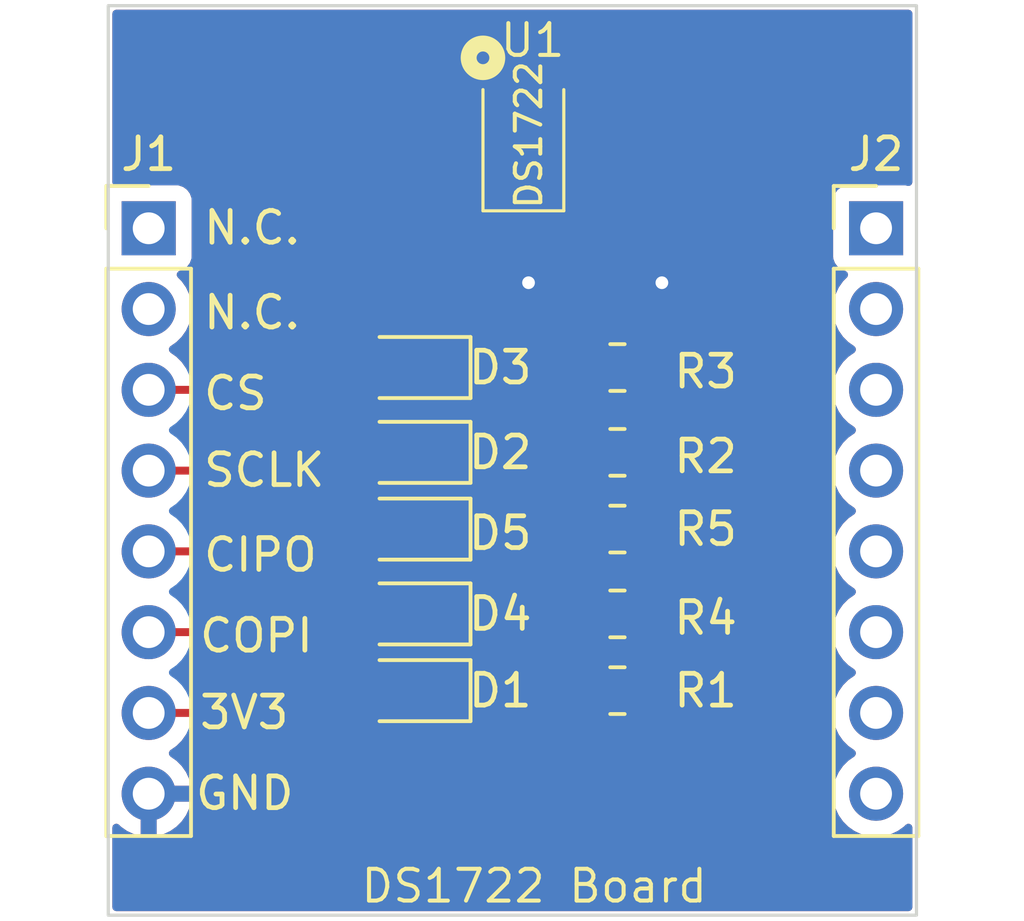
<source format=kicad_pcb>
(kicad_pcb (version 20221018) (generator pcbnew)
  (title_block (title "DS1722 Microbus") (rev "v01") (comment 2 "creativecommons.org/licenses/by/4.0") (comment 3 "License: CC BY 4.0") (comment 4 "Author: Jackson Philion"))
  (layers (0 "F.Cu" signal) (31 "B.Cu" signal) (34 "B.Paste" user) (35 "F.Paste" user) (36 "B.SilkS" user "B.Silkscreen") (37 "F.SilkS" user "F.Silkscreen") (38 "B.Mask" user) (39 "F.Mask" user) (44 "Edge.Cuts" user))
  (net 0 "")
  (net 1 "Net-(D1-K)")
  (net 2 "+3.3V")
  (net 3 "Net-(D2-K)")
  (net 4 "/SCLK")
  (net 5 "Net-(D3-K)")
  (net 6 "/CS")
  (net 7 "Net-(D4-K)")
  (net 8 "/COPI")
  (net 9 "Net-(D5-K)")
  (net 10 "/CIPO")
  (net 13 "GND")
  (footprint "Resistor_SMD:R_0805_2012Metric_Pad1.20x1.40mm_HandSolder" (layer "F.Cu") (at 154.178 137.668)
    (fp_text reference "R5" (at 2.771 0) (layer "F.SilkS"))
    (fp_text value "1k")
    (fp_line (start -0.227064 -0.735) (end 0.227064 -0.735) (stroke (width 0.12)) (layer "F.SilkS"))
    (fp_line (start -0.227064 0.735) (end 0.227064 0.735) (stroke (width 0.12)) (layer "F.SilkS"))
    (pad "1" smd roundrect (at -1 0) (size 1.2 1.4) (layers "F.Cu" "F.Paste" "F.Mask") (roundrect_rratio 0.2083333333) (net 9 "Net-(D5-K)"))
    (pad "2" smd roundrect (at 1 0) (size 1.2 1.4) (layers "F.Cu" "F.Paste" "F.Mask") (roundrect_rratio 0.2083333333) (net 13 "GND"))
  )
  (footprint "Resistor_SMD:R_0805_2012Metric_Pad1.20x1.40mm_HandSolder" (layer "F.Cu") (at 154.178 140.335)
    (fp_text reference "R4" (at 2.771 0.127) (layer "F.SilkS"))
    (fp_text value "1k")
    (fp_line (start -0.227064 -0.735) (end 0.227064 -0.735) (stroke (width 0.12)) (layer "F.SilkS"))
    (fp_line (start -0.227064 0.735) (end 0.227064 0.735) (stroke (width 0.12)) (layer "F.SilkS"))
    (pad "1" smd roundrect (at -1 0) (size 1.2 1.4) (layers "F.Cu" "F.Paste" "F.Mask") (roundrect_rratio 0.2083333333) (net 7 "Net-(D4-K)"))
    (pad "2" smd roundrect (at 1 0) (size 1.2 1.4) (layers "F.Cu" "F.Paste" "F.Mask") (roundrect_rratio 0.2083333333) (net 13 "GND"))
  )
  (footprint "LED_SMD:LED_0805_2012Metric_Pad1.15x1.40mm_HandSolder" (layer "F.Cu") (at 147.701 140.335 180)
    (fp_text reference "D4" (at -2.794 0) (layer "F.SilkS"))
    (fp_text value "LED")
    (fp_line (start -1.86 -0.96) (end -1.86 0.96) (stroke (width 0.12)) (layer "F.SilkS"))
    (fp_line (start -1.86 0.96) (end 1 0.96) (stroke (width 0.12)) (layer "F.SilkS"))
    (fp_line (start 1 -0.96) (end -1.86 -0.96) (stroke (width 0.12)) (layer "F.SilkS"))
    (pad "1" smd roundrect (at -1.025 0 180) (size 1.15 1.4) (layers "F.Cu" "F.Paste" "F.Mask") (roundrect_rratio 0.2173913043) (net 7 "Net-(D4-K)"))
    (pad "2" smd roundrect (at 1.025 0 180) (size 1.15 1.4) (layers "F.Cu" "F.Paste" "F.Mask") (roundrect_rratio 0.2173913043) (net 8 "/COPI"))
  )
  (footprint "Resistor_SMD:R_0805_2012Metric_Pad1.20x1.40mm_HandSolder" (layer "F.Cu") (at 154.178 142.748)
    (fp_text reference "R1" (at 2.771 0) (layer "F.SilkS"))
    (fp_text value "1k")
    (fp_line (start -0.227064 -0.735) (end 0.227064 -0.735) (stroke (width 0.12)) (layer "F.SilkS"))
    (fp_line (start -0.227064 0.735) (end 0.227064 0.735) (stroke (width 0.12)) (layer "F.SilkS"))
    (pad "1" smd roundrect (at -1 0) (size 1.2 1.4) (layers "F.Cu" "F.Paste" "F.Mask") (roundrect_rratio 0.2083333333) (net 1 "Net-(D1-K)"))
    (pad "2" smd roundrect (at 1 0) (size 1.2 1.4) (layers "F.Cu" "F.Paste" "F.Mask") (roundrect_rratio 0.2083333333) (net 13 "GND"))
  )
  (footprint "LED_SMD:LED_0805_2012Metric_Pad1.15x1.40mm_HandSolder" (layer "F.Cu") (at 147.701 137.668 180)
    (fp_text reference "D5" (at -2.794 -0.127) (layer "F.SilkS"))
    (fp_text value "LED")
    (fp_line (start -1.86 -0.96) (end -1.86 0.96) (stroke (width 0.12)) (layer "F.SilkS"))
    (fp_line (start -1.86 0.96) (end 1 0.96) (stroke (width 0.12)) (layer "F.SilkS"))
    (fp_line (start 1 -0.96) (end -1.86 -0.96) (stroke (width 0.12)) (layer "F.SilkS"))
    (pad "1" smd roundrect (at -1.025 0 180) (size 1.15 1.4) (layers "F.Cu" "F.Paste" "F.Mask") (roundrect_rratio 0.2173913043) (net 9 "Net-(D5-K)"))
    (pad "2" smd roundrect (at 1.025 0 180) (size 1.15 1.4) (layers "F.Cu" "F.Paste" "F.Mask") (roundrect_rratio 0.2173913043) (net 10 "/CIPO"))
  )
  (footprint "Connector_PinHeader_2.54mm:PinHeader_1x08_P2.54mm_Vertical" (layer "F.Cu") (at 162.306 128.209)
    (fp_text reference "J2" (at 0 -2.33) (layer "F.SilkS"))
    (fp_text value "Conn_01x08")
    (fp_line (start -1.33 -1.33) (end 0 -1.33) (stroke (width 0.12)) (layer "F.SilkS"))
    (fp_line (start -1.33 0) (end -1.33 -1.33) (stroke (width 0.12)) (layer "F.SilkS"))
    (fp_line (start -1.33 1.27) (end -1.33 19.11) (stroke (width 0.12)) (layer "F.SilkS"))
    (fp_line (start -1.33 1.27) (end 1.33 1.27) (stroke (width 0.12)) (layer "F.SilkS"))
    (fp_line (start -1.33 19.11) (end 1.33 19.11) (stroke (width 0.12)) (layer "F.SilkS"))
    (fp_line (start 1.33 1.27) (end 1.33 19.11) (stroke (width 0.12)) (layer "F.SilkS"))
    (pad "1" thru_hole rect (at 0 0) (size 1.7 1.7) (drill 1) (layers "*.Cu" "*.Mask"))
    (pad "2" thru_hole oval (at 0 2.54) (size 1.7 1.7) (drill 1) (layers "*.Cu" "*.Mask"))
    (pad "3" thru_hole oval (at 0 5.08) (size 1.7 1.7) (drill 1) (layers "*.Cu" "*.Mask"))
    (pad "4" thru_hole oval (at 0 7.62) (size 1.7 1.7) (drill 1) (layers "*.Cu" "*.Mask"))
    (pad "5" thru_hole oval (at 0 10.16) (size 1.7 1.7) (drill 1) (layers "*.Cu" "*.Mask"))
    (pad "6" thru_hole oval (at 0 12.7) (size 1.7 1.7) (drill 1) (layers "*.Cu" "*.Mask"))
    (pad "7" thru_hole oval (at 0 15.24) (size 1.7 1.7) (drill 1) (layers "*.Cu" "*.Mask"))
    (pad "8" thru_hole oval (at 0 17.78) (size 1.7 1.7) (drill 1) (layers "*.Cu" "*.Mask"))
  )
  (footprint "Resistor_SMD:R_0805_2012Metric_Pad1.20x1.40mm_HandSolder" (layer "F.Cu") (at 154.178 132.588)
    (fp_text reference "R3" (at 2.771 0.127) (layer "F.SilkS"))
    (fp_text value "1k")
    (fp_line (start -0.227064 -0.735) (end 0.227064 -0.735) (stroke (width 0.12)) (layer "F.SilkS"))
    (fp_line (start -0.227064 0.735) (end 0.227064 0.735) (stroke (width 0.12)) (layer "F.SilkS"))
    (pad "1" smd roundrect (at -1 0) (size 1.2 1.4) (layers "F.Cu" "F.Paste" "F.Mask") (roundrect_rratio 0.2083333333) (net 5 "Net-(D3-K)"))
    (pad "2" smd roundrect (at 1 0) (size 1.2 1.4) (layers "F.Cu" "F.Paste" "F.Mask") (roundrect_rratio 0.2083333333) (net 13 "GND"))
  )
  (footprint "LED_SMD:LED_0805_2012Metric_Pad1.15x1.40mm_HandSolder" (layer "F.Cu") (at 147.701 132.588 180)
    (fp_text reference "D3" (at -2.794 0) (layer "F.SilkS"))
    (fp_text value "LED")
    (fp_line (start -1.86 -0.96) (end -1.86 0.96) (stroke (width 0.12)) (layer "F.SilkS"))
    (fp_line (start -1.86 0.96) (end 1 0.96) (stroke (width 0.12)) (layer "F.SilkS"))
    (fp_line (start 1 -0.96) (end -1.86 -0.96) (stroke (width 0.12)) (layer "F.SilkS"))
    (pad "1" smd roundrect (at -1.025 0 180) (size 1.15 1.4) (layers "F.Cu" "F.Paste" "F.Mask") (roundrect_rratio 0.2173913043) (net 5 "Net-(D3-K)"))
    (pad "2" smd roundrect (at 1.025 0 180) (size 1.15 1.4) (layers "F.Cu" "F.Paste" "F.Mask") (roundrect_rratio 0.2173913043) (net 6 "/CS"))
  )
  (footprint "Connector_PinHeader_2.54mm:PinHeader_1x08_P2.54mm_Vertical" (layer "F.Cu") (at 139.446 128.209)
    (fp_text reference "J1" (at 0 -2.33) (layer "F.SilkS"))
    (fp_text value "Conn_01x08")
    (fp_line (start -1.33 -1.33) (end 0 -1.33) (stroke (width 0.12)) (layer "F.SilkS"))
    (fp_line (start -1.33 0) (end -1.33 -1.33) (stroke (width 0.12)) (layer "F.SilkS"))
    (fp_line (start -1.33 1.27) (end -1.33 19.11) (stroke (width 0.12)) (layer "F.SilkS"))
    (fp_line (start -1.33 1.27) (end 1.33 1.27) (stroke (width 0.12)) (layer "F.SilkS"))
    (fp_line (start -1.33 19.11) (end 1.33 19.11) (stroke (width 0.12)) (layer "F.SilkS"))
    (fp_line (start 1.33 1.27) (end 1.33 19.11) (stroke (width 0.12)) (layer "F.SilkS"))
    (pad "1" thru_hole rect (at 0 0) (size 1.7 1.7) (drill 1) (layers "*.Cu" "*.Mask"))
    (pad "2" thru_hole oval (at 0 2.54) (size 1.7 1.7) (drill 1) (layers "*.Cu" "*.Mask"))
    (pad "3" thru_hole oval (at 0 5.08) (size 1.7 1.7) (drill 1) (layers "*.Cu" "*.Mask") (net 6 "/CS"))
    (pad "4" thru_hole oval (at 0 7.62) (size 1.7 1.7) (drill 1) (layers "*.Cu" "*.Mask") (net 4 "/SCLK"))
    (pad "5" thru_hole oval (at 0 10.16) (size 1.7 1.7) (drill 1) (layers "*.Cu" "*.Mask") (net 10 "/CIPO"))
    (pad "6" thru_hole oval (at 0 12.7) (size 1.7 1.7) (drill 1) (layers "*.Cu" "*.Mask") (net 8 "/COPI"))
    (pad "7" thru_hole oval (at 0 15.24) (size 1.7 1.7) (drill 1) (layers "*.Cu" "*.Mask") (net 2 "+3.3V"))
    (pad "8" thru_hole oval (at 0 17.78) (size 1.7 1.7) (drill 1) (layers "*.Cu" "*.Mask") (net 13 "GND"))
  )
  (footprint "LED_SMD:LED_0805_2012Metric_Pad1.15x1.40mm_HandSolder" (layer "F.Cu") (at 147.701 142.748 180)
    (fp_text reference "D1" (at -2.794 0) (layer "F.SilkS"))
    (fp_text value "LED")
    (fp_line (start -1.86 -0.96) (end -1.86 0.96) (stroke (width 0.12)) (layer "F.SilkS"))
    (fp_line (start -1.86 0.96) (end 1 0.96) (stroke (width 0.12)) (layer "F.SilkS"))
    (fp_line (start 1 -0.96) (end -1.86 -0.96) (stroke (width 0.12)) (layer "F.SilkS"))
    (pad "1" smd roundrect (at -1.025 0 180) (size 1.15 1.4) (layers "F.Cu" "F.Paste" "F.Mask") (roundrect_rratio 0.2173913043) (net 1 "Net-(D1-K)"))
    (pad "2" smd roundrect (at 1.025 0 180) (size 1.15 1.4) (layers "F.Cu" "F.Paste" "F.Mask") (roundrect_rratio 0.2173913043) (net 2 "+3.3V"))
  )
  (footprint "LED_SMD:LED_0805_2012Metric_Pad1.15x1.40mm_HandSolder" (layer "F.Cu") (at 147.701 135.255 180)
    (fp_text reference "D2" (at -2.794 0) (layer "F.SilkS"))
    (fp_text value "LED")
    (fp_line (start -1.86 -0.96) (end -1.86 0.96) (stroke (width 0.12)) (layer "F.SilkS"))
    (fp_line (start -1.86 0.96) (end 1 0.96) (stroke (width 0.12)) (layer "F.SilkS"))
    (fp_line (start 1 -0.96) (end -1.86 -0.96) (stroke (width 0.12)) (layer "F.SilkS"))
    (pad "1" smd roundrect (at -1.025 0 180) (size 1.15 1.4) (layers "F.Cu" "F.Paste" "F.Mask") (roundrect_rratio 0.2173913043) (net 3 "Net-(D2-K)"))
    (pad "2" smd roundrect (at 1.025 0 180) (size 1.15 1.4) (layers "F.Cu" "F.Paste" "F.Mask") (roundrect_rratio 0.2173913043) (net 4 "/SCLK"))
  )
  (footprint "Resistor_SMD:R_0805_2012Metric_Pad1.20x1.40mm_HandSolder" (layer "F.Cu") (at 154.178 135.255)
    (fp_text reference "R2" (at 2.771 0.127) (layer "F.SilkS"))
    (fp_text value "1k")
    (fp_line (start -0.227064 -0.735) (end 0.227064 -0.735) (stroke (width 0.12)) (layer "F.SilkS"))
    (fp_line (start -0.227064 0.735) (end 0.227064 0.735) (stroke (width 0.12)) (layer "F.SilkS"))
    (pad "1" smd roundrect (at -1 0) (size 1.2 1.4) (layers "F.Cu" "F.Paste" "F.Mask") (roundrect_rratio 0.2083333333) (net 3 "Net-(D2-K)"))
    (pad "2" smd roundrect (at 1 0) (size 1.2 1.4) (layers "F.Cu" "F.Paste" "F.Mask") (roundrect_rratio 0.2083333333) (net 13 "GND"))
  )
  (footprint "Package_SO:DS1722_SOIC_8_Custom" (layer "F.Cu") (at 151.222 124.4845)
    (fp_text reference "U1" (at 0.289 -2.1835 unlocked) (layer "F.SilkS") (effects (font (thickness 0.127))))
    (fp_text value "~")
    (fp_text user "DS1722" (at 0.635 3.175 90 unlocked) (layer "F.SilkS") (effects (font (size 0.8 0.8) (thickness 0.127)) (justify left bottom)))
    (fp_line (start -1.27 -0.635) (end -1.27 3.175) (stroke (width 0.1)) (layer "F.SilkS"))
    (fp_line (start -1.27 3.175) (end 1.27 3.175) (stroke (width 0.1)) (layer "F.SilkS"))
    (fp_line (start 1.27 3.175) (end 1.27 -0.635) (stroke (width 0.1)) (layer "F.SilkS"))
    (fp_circle (center -1.27 -1.635) (end -1.07 -1.635) (stroke (width 0.5)) (fill none) (layer "F.SilkS"))
    (pad "1" smd roundrect (at -2.305 -0.635) (size 1.78 0.72) (layers "F.Cu" "F.Paste" "F.Mask") (net 2 "+3.3V"))
    (pad "2" smd roundrect (at -2.305 0.635) (size 1.78 0.72) (layers "F.Cu" "F.Paste" "F.Mask") (net 6 "/CS"))
    (pad "3" smd roundrect (at -2.305 1.905) (size 1.78 0.72) (layers "F.Cu" "F.Paste" "F.Mask") (net 4 "/SCLK"))
    (pad "4" smd roundrect (at -2.305 3.175) (size 1.78 0.72) (layers "F.Cu" "F.Paste" "F.Mask") (net 13 "GND"))
    (pad "5" smd roundrect (at 2.375 3.175) (size 1.78 0.72) (layers "F.Cu" "F.Paste" "F.Mask") (net 10 "/CIPO"))
    (pad "6" smd roundrect (at 2.375 1.905) (size 1.78 0.72) (layers "F.Cu" "F.Paste" "F.Mask") (net 8 "/COPI"))
    (pad "7" smd roundrect (at 2.375 0.635) (size 1.78 0.72) (layers "F.Cu" "F.Paste" "F.Mask") (net 2 "+3.3V"))
    (pad "8" smd roundrect (at 2.375 -0.635) (size 1.78 0.72) (layers "F.Cu" "F.Paste" "F.Mask") (net 2 "+3.3V"))
  )
  (gr_rect (start 138.176 121.209) (end 163.576 149.809) (stroke (width 0.1)) (fill none) (layer "Edge.Cuts"))
  (gr_text "J.R.P Oct.2024" (at 146.05 147.955) (layer "F.Cu") (effects (font (size 1 1) (thickness 0.25) bold) (justify left bottom)))
  (gr_text "CIPO" (at 141.097 139.065) (layer "F.SilkS") (effects (font (size 1 1)) (justify left bottom)))
  (gr_text "COPI" (at 140.97 141.605) (layer "F.SilkS") (effects (font (size 1 1)) (justify left bottom)))
  (gr_text "GND" (at 140.843 146.558) (layer "F.SilkS") (effects (font (size 1 1)) (justify left bottom)))
  (gr_text "N.C." (at 141.097 128.778) (layer "F.SilkS") (effects (font (size 1 1)) (justify left bottom)))
  (gr_text "N.C." (at 141.097 131.445) (layer "F.SilkS") (effects (font (size 1 1)) (justify left bottom)))
  (gr_text "SCLK" (at 141.097 136.398) (layer "F.SilkS") (effects (font (size 1 1)) (justify left bottom)))
  (gr_text "DS1722 Board" (at 146.05 149.479) (layer "F.SilkS") (effects (font (size 1 1) (thickness 0.127)) (justify left bottom)))
  (gr_text "3V3" (at 140.97 144.018) (layer "F.SilkS") (effects (font (size 1 1)) (justify left bottom)))
  (gr_text "CS" (at 141.097 133.985) (layer "F.SilkS") (effects (font (size 1 1)) (justify left bottom)))
  (segment (start 153.178 142.748) (end 148.726 142.748) (width 0.25) (layer "F.Cu") (net 1))
  (segment (start 139.446 143.449) (end 145.975 143.449) (width 0.25) (layer "F.Cu") (net 2))
  (segment (start 156.084396 145.034) (end 147.699604 145.034) (width 0.25) (layer "F.Cu") (net 2))
  (segment (start 157.607 127.889) (end 157.607 143.511396) (width 0.25) (layer "F.Cu") (net 2))
  (segment (start 146.676 144.010396) (end 147.699604 145.034) (width 0.25) (layer "F.Cu") (net 2))
  (segment (start 157.607 143.511396) (end 156.084396 145.034) (width 0.25) (layer "F.Cu") (net 2))
  (segment (start 146.676 142.748) (end 146.676 144.010396) (width 0.25) (layer "F.Cu") (net 2))
  (segment (start 154.8375 125.1195) (end 153.597 125.1195) (width 0.25) (layer "F.Cu") (net 2))
  (segment (start 145.975 143.449) (end 146.676 142.748) (width 0.25) (layer "F.Cu") (net 2))
  (segment (start 157.607 127.889) (end 154.8375 125.1195) (width 0.25) (layer "F.Cu") (net 2))
  (segment (start 148.917 123.8495) (end 153.597 123.8495) (width 0.25) (layer "F.Cu") (net 2))
  (segment (start 153.597 125.1195) (end 153.597 123.8495) (width 0.25) (layer "F.Cu") (net 2))
  (segment (start 153.178 135.255) (end 148.726 135.255) (width 0.25) (layer "F.Cu") (net 3))
  (segment (start 147.576 134.355) (end 147.576 127.396322) (width 0.25) (layer "F.Cu") (net 4))
  (segment (start 148.582822 126.3895) (end 148.917 126.3895) (width 0.25) (layer "F.Cu") (net 4))
  (segment (start 139.446 135.829) (end 146.102 135.829) (width 0.25) (layer "F.Cu") (net 4))
  (segment (start 146.676 135.255) (end 147.576 134.355) (width 0.25) (layer "F.Cu") (net 4))
  (segment (start 147.576 127.396322) (end 148.582822 126.3895) (width 0.25) (layer "F.Cu") (net 4))
  (segment (start 146.102 135.829) (end 146.676 135.255) (width 0.25) (layer "F.Cu") (net 4))
  (segment (start 153.201 132.588) (end 148.726 132.588) (width 0.25) (layer "F.Cu") (net 5))
  (segment (start 146.676 126.4705) (end 148.027 125.1195) (width 0.25) (layer "F.Cu") (net 6))
  (segment (start 139.446 133.289) (end 145.975 133.289) (width 0.25) (layer "F.Cu") (net 6))
  (segment (start 148.027 125.1195) (end 148.917 125.1195) (width 0.25) (layer "F.Cu") (net 6))
  (segment (start 145.975 133.289) (end 146.676 132.588) (width 0.25) (layer "F.Cu") (net 6))
  (segment (start 146.676 132.588) (end 146.676 126.4705) (width 0.25) (layer "F.Cu") (net 6))
  (segment (start 153.178 140.335) (end 148.726 140.335) (width 0.25) (layer "F.Cu") (net 7))
  (segment (start 147.701 141.36) (end 147.701 143.311174) (width 0.25) (layer "F.Cu") (net 8))
  (segment (start 146.676 140.335) (end 147.701 141.36) (width 0.25) (layer "F.Cu") (net 8))
  (segment (start 156.845 128.7475) (end 154.487 126.3895) (width 0.25) (layer "F.Cu") (net 8))
  (segment (start 139.446 140.909) (end 146.102 140.909) (width 0.25) (layer "F.Cu") (net 8))
  (segment (start 156.845 143.637) (end 156.845 128.7475) (width 0.25) (layer "F.Cu") (net 8))
  (segment (start 154.487 126.3895) (end 153.597 126.3895) (width 0.25) (layer "F.Cu") (net 8))
  (segment (start 146.102 140.909) (end 146.676 140.335) (width 0.25) (layer "F.Cu") (net 8))
  (segment (start 148.788826 144.399) (end 156.083 144.399) (width 0.25) (layer "F.Cu") (net 8))
  (segment (start 156.083 144.399) (end 156.845 143.637) (width 0.25) (layer "F.Cu") (net 8))
  (segment (start 147.701 143.311174) (end 148.788826 144.399) (width 0.25) (layer "F.Cu") (net 8))
  (segment (start 153.201 137.795) (end 148.726 137.795) (width 0.25) (layer "F.Cu") (net 9))
  (segment (start 154.178 135.868174) (end 154.178 128.2405) (width 0.25) (layer "F.Cu") (net 10))
  (segment (start 139.446 138.369) (end 145.975 138.369) (width 0.25) (layer "F.Cu") (net 10))
  (segment (start 154.178 128.2405) (end 153.597 127.6595) (width 0.25) (layer "F.Cu") (net 10))
  (segment (start 153.766174 136.28) (end 154.178 135.868174) (width 0.25) (layer "F.Cu") (net 10))
  (segment (start 145.975 138.369) (end 146.676 137.668) (width 0.25) (layer "F.Cu") (net 10))
  (segment (start 148.064 136.28) (end 153.766174 136.28) (width 0.25) (layer "F.Cu") (net 10))
  (segment (start 146.676 137.668) (end 148.064 136.28) (width 0.25) (layer "F.Cu") (net 10))
  (segment (start 155.178 137.772) (end 155.201 137.795) (width 0.25) (layer "F.Cu") (net 13))
  (segment (start 155.178 142.748) (end 155.178 140.335) (width 0.25) (layer "F.Cu") (net 13))
  (segment (start 155.201 140.312) (end 155.178 140.335) (width 0.25) (layer "F.Cu") (net 13))
  (segment (start 155.178 132.588) (end 155.178 130.318) (width 0.25) (layer "F.Cu") (net 13))
  (segment (start 155.178 135.255) (end 155.201 135.232) (width 0.25) (layer "F.Cu") (net 13))
  (segment (start 155.178 137.668) (end 155.178 140.335) (width 0.25) (layer "F.Cu") (net 13))
  (segment (start 155.178 130.318) (end 155.575 129.921) (width 0.25) (layer "F.Cu") (net 13))
  (segment (start 151.1785 129.921) (end 151.384 129.921) (width 0.25) (layer "F.Cu") (net 13))
  (segment (start 155.178 135.255) (end 155.178 132.588) (width 0.25) (layer "F.Cu") (net 13))
  (segment (start 155.178 137.668) (end 155.178 135.255) (width 0.25) (layer "F.Cu") (net 13))
  (segment (start 148.917 127.6595) (end 151.1785 129.921) (width 0.25) (layer "F.Cu") (net 13))
  (via (at 155.575 129.921) (size 0.8) (drill 0.4) (layers "F.Cu" "B.Cu") (net 13))
  (via (at 151.384 129.921) (size 0.8) (drill 0.4) (layers "F.Cu" "B.Cu") (net 13))
  (zone (net 13) (net_name "GND") (layers "F&B.Cu") (connect_pads (clearance 0.5)) (min_thickness 0.25) (fill yes (thermal_gap 0.5) (thermal_bridge_width 0.5))
    (polygon (pts (xy 138.049 149.987) (xy 138.049 121.031) (xy 163.703 121.031) (xy 163.703 149.987)))
  )
)
</source>
